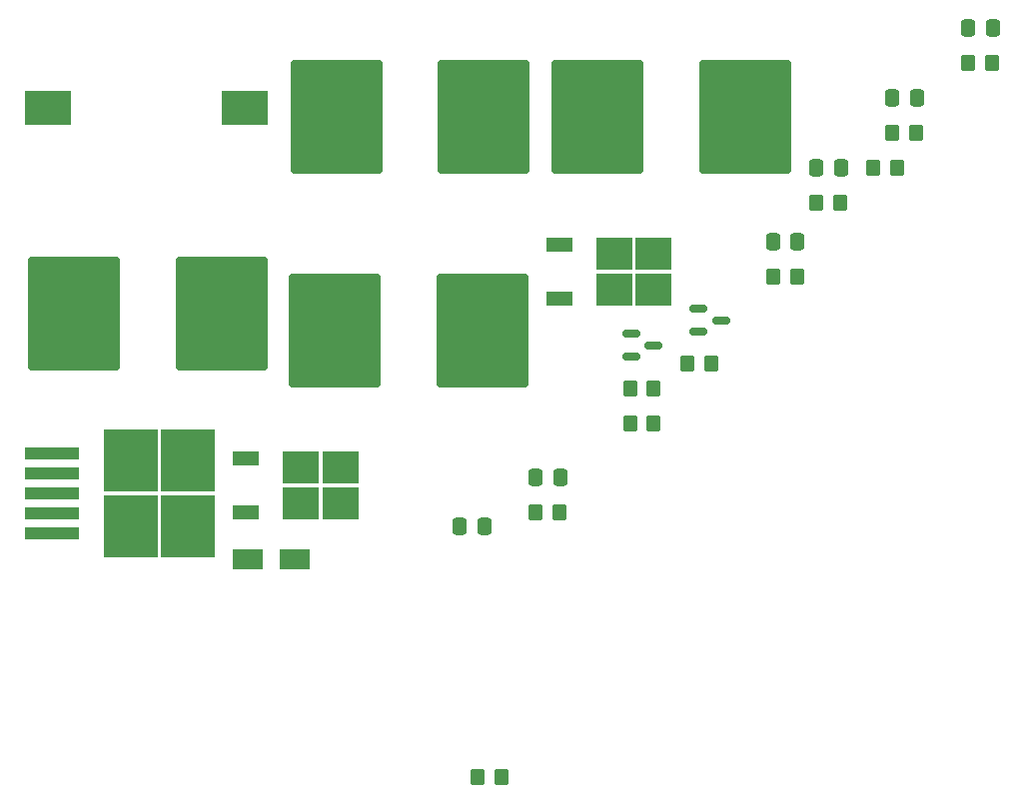
<source format=gbr>
%TF.GenerationSoftware,KiCad,Pcbnew,6.0.4-6f826c9f35~116~ubuntu20.04.1*%
%TF.CreationDate,2022-04-24T17:32:18+02:00*%
%TF.ProjectId,IndegoMower,496e6465-676f-44d6-9f77-65722e6b6963,rev?*%
%TF.SameCoordinates,Original*%
%TF.FileFunction,Paste,Top*%
%TF.FilePolarity,Positive*%
%FSLAX46Y46*%
G04 Gerber Fmt 4.6, Leading zero omitted, Abs format (unit mm)*
G04 Created by KiCad (PCBNEW 6.0.4-6f826c9f35~116~ubuntu20.04.1) date 2022-04-24 17:32:18*
%MOMM*%
%LPD*%
G01*
G04 APERTURE LIST*
G04 Aperture macros list*
%AMRoundRect*
0 Rectangle with rounded corners*
0 $1 Rounding radius*
0 $2 $3 $4 $5 $6 $7 $8 $9 X,Y pos of 4 corners*
0 Add a 4 corners polygon primitive as box body*
4,1,4,$2,$3,$4,$5,$6,$7,$8,$9,$2,$3,0*
0 Add four circle primitives for the rounded corners*
1,1,$1+$1,$2,$3*
1,1,$1+$1,$4,$5*
1,1,$1+$1,$6,$7*
1,1,$1+$1,$8,$9*
0 Add four rect primitives between the rounded corners*
20,1,$1+$1,$2,$3,$4,$5,0*
20,1,$1+$1,$4,$5,$6,$7,0*
20,1,$1+$1,$6,$7,$8,$9,0*
20,1,$1+$1,$8,$9,$2,$3,0*%
G04 Aperture macros list end*
%ADD10R,3.050000X2.750000*%
%ADD11R,2.200000X1.200000*%
%ADD12R,4.550000X5.250000*%
%ADD13R,4.600000X1.100000*%
%ADD14RoundRect,0.250000X-0.350000X-0.450000X0.350000X-0.450000X0.350000X0.450000X-0.350000X0.450000X0*%
%ADD15RoundRect,0.150000X-0.587500X-0.150000X0.587500X-0.150000X0.587500X0.150000X-0.587500X0.150000X0*%
%ADD16R,4.000000X3.000000*%
%ADD17R,2.500000X1.800000*%
%ADD18RoundRect,0.250000X-0.337500X-0.475000X0.337500X-0.475000X0.337500X0.475000X-0.337500X0.475000X0*%
%ADD19RoundRect,0.249998X-3.650002X-4.550002X3.650002X-4.550002X3.650002X4.550002X-3.650002X4.550002X0*%
G04 APERTURE END LIST*
D10*
%TO.C,U4*%
X128965000Y-143605000D03*
X128965000Y-146655000D03*
X132315000Y-143605000D03*
X132315000Y-146655000D03*
D11*
X124340000Y-142850000D03*
X124340000Y-147410000D03*
%TD*%
D12*
%TO.C,U3*%
X92850000Y-161155000D03*
X88000000Y-161155000D03*
X92850000Y-166705000D03*
X88000000Y-166705000D03*
D13*
X81275000Y-160530000D03*
X81275000Y-162230000D03*
X81275000Y-163930000D03*
X81275000Y-165630000D03*
X81275000Y-167330000D03*
%TD*%
D14*
%TO.C,R10*%
X142440000Y-145590000D03*
X144440000Y-145590000D03*
%TD*%
%TO.C,R9*%
X158990000Y-127440000D03*
X160990000Y-127440000D03*
%TD*%
%TO.C,R8*%
X150900000Y-136340000D03*
X152900000Y-136340000D03*
%TD*%
%TO.C,R7*%
X122320000Y-165540000D03*
X124320000Y-165540000D03*
%TD*%
%TO.C,R6*%
X130290000Y-155080000D03*
X132290000Y-155080000D03*
%TD*%
%TO.C,R5*%
X135180000Y-152980000D03*
X137180000Y-152980000D03*
%TD*%
%TO.C,R4*%
X130290000Y-158030000D03*
X132290000Y-158030000D03*
%TD*%
%TO.C,R3*%
X152540000Y-133390000D03*
X154540000Y-133390000D03*
%TD*%
%TO.C,R2*%
X117380000Y-187960000D03*
X119380000Y-187960000D03*
%TD*%
%TO.C,R1*%
X146090000Y-139340000D03*
X148090000Y-139340000D03*
%TD*%
D15*
%TO.C,Q3*%
X130422500Y-150430000D03*
X130422500Y-152330000D03*
X132297500Y-151380000D03*
%TD*%
D10*
%TO.C,Q2*%
X102395000Y-161755000D03*
X102395000Y-164805000D03*
X105745000Y-161755000D03*
X105745000Y-164805000D03*
D11*
X97770000Y-161000000D03*
X97770000Y-165560000D03*
%TD*%
D15*
%TO.C,Q1*%
X136122500Y-148330000D03*
X136122500Y-150230000D03*
X137997500Y-149280000D03*
%TD*%
D16*
%TO.C,L1*%
X97660000Y-131280000D03*
X81000000Y-131280000D03*
%TD*%
D17*
%TO.C,D1*%
X97920000Y-169580000D03*
X101920000Y-169580000D03*
%TD*%
D18*
%TO.C,C10*%
X122312500Y-162560000D03*
X124387500Y-162560000D03*
%TD*%
%TO.C,C9*%
X142432500Y-142610000D03*
X144507500Y-142610000D03*
%TD*%
%TO.C,C8*%
X146082500Y-136360000D03*
X148157500Y-136360000D03*
%TD*%
D19*
%TO.C,C7*%
X127545000Y-132030000D03*
X140045000Y-132030000D03*
%TD*%
D18*
%TO.C,C6*%
X152532500Y-130410000D03*
X154607500Y-130410000D03*
%TD*%
D19*
%TO.C,C5*%
X105295000Y-150180000D03*
X117795000Y-150180000D03*
%TD*%
%TO.C,C4*%
X83165000Y-148680000D03*
X95665000Y-148680000D03*
%TD*%
D18*
%TO.C,C3*%
X115862500Y-166710000D03*
X117937500Y-166710000D03*
%TD*%
D19*
%TO.C,C2*%
X105415000Y-132030000D03*
X117915000Y-132030000D03*
%TD*%
D18*
%TO.C,C1*%
X158982500Y-124460000D03*
X161057500Y-124460000D03*
%TD*%
M02*

</source>
